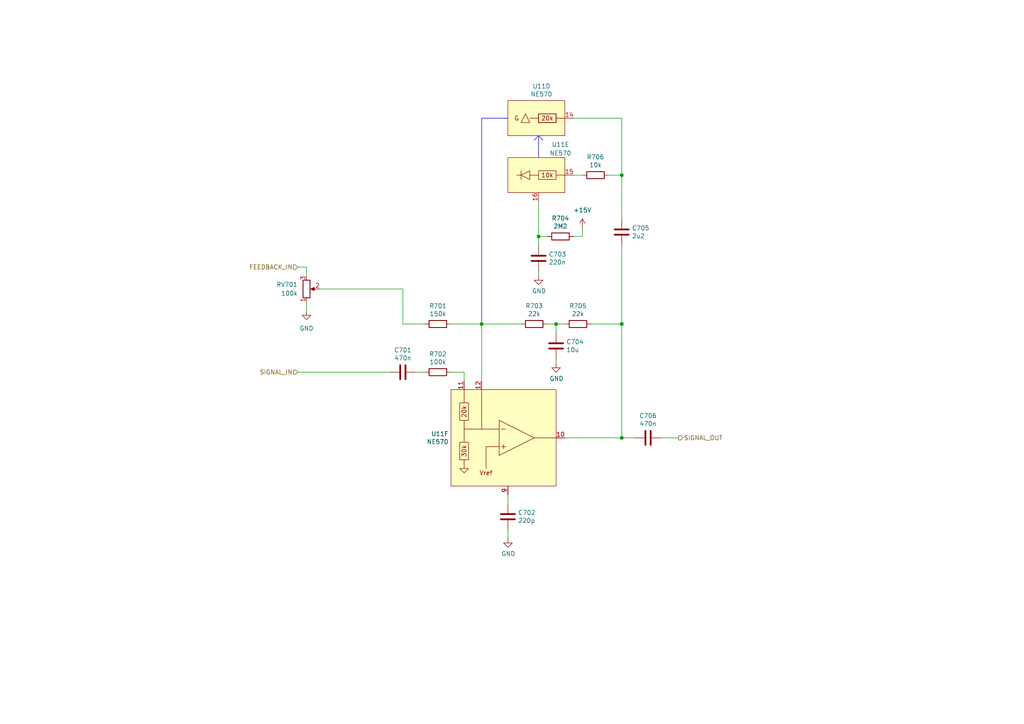
<source format=kicad_sch>
(kicad_sch (version 20230121) (generator eeschema)
  (paper "A4")
  (title_block (title "Josh Ox Ribbon Synth VCF/VCA/BBD board") (date "2023-01-07") (rev "1.0") (comment 1 "creativecommons.org/licenses/by/4.0/") (comment 2 "License: CC by 4.0") (comment 3 "Author: Jordan Aceto"))
  (lib_symbols
    (symbol "Device:C" (pin_numbers hide) (pin_names (offset 0.254))
      (property "Reference" "C" (at 0.635 2.54 0))
      (property "Value" "C" (at 0.635 -2.54 0))
      (symbol "C_0_1"
        (polyline (pts (xy -2.032 -0.762) (xy 2.032 -0.762)) (stroke (width 0.508)))
        (polyline (pts (xy -2.032 0.762) (xy 2.032 0.762)) (stroke (width 0.508)))
      )
      (symbol "C_1_1"
        (pin passive line (at 0 3.81 270) (length 2.794) (name "~") (number "1"))
        (pin passive line (at 0 -3.81 90) (length 2.794) (name "~") (number "2"))
      )
    )
    (symbol "Device:R" (pin_numbers hide) (pin_names (offset 0))
      (property "Reference" "R" (at 2.032 0 90))
      (property "Value" "R" (at 0 0 90))
      (symbol "R_0_1"
        (rectangle (start -1.016 -2.54) (end 1.016 2.54) (stroke (width 0.254)))
      )
      (symbol "R_1_1"
        (pin passive line (at 0 3.81 270) (length 1.27) (name "~") (number "1"))
        (pin passive line (at 0 -3.81 90) (length 1.27) (name "~") (number "2"))
      )
    )
    (symbol "Device:R_Potentiometer" (pin_names (offset 1.016) hide)
      (property "Reference" "RV" (at -4.445 0 90))
      (property "Value" "R_Potentiometer" (at -2.54 0 90))
      (symbol "R_Potentiometer_0_1"
        (polyline (pts (xy 2.54 0) (xy 1.524 0)))
        (polyline (pts (xy 1.143 0) (xy 2.286 0.508) (xy 2.286 -0.508) (xy 1.143 0)) (fill (type outline)))
        (rectangle (start 1.016 2.54) (end -1.016 -2.54) (stroke (width 0.254)))
      )
      (symbol "R_Potentiometer_1_1"
        (pin passive line (at 0 3.81 270) (length 1.27) (name "1") (number "1"))
        (pin passive line (at 3.81 0 180) (length 1.27) (name "2") (number "2"))
        (pin passive line (at 0 -3.81 90) (length 1.27) (name "3") (number "3"))
      )
    )
    (symbol "custom_symbols:NE570" (pin_names (offset 1.016))
      (property "Reference" "U10" (at 6.35 8.89 0))
      (property "Value" "NE570" (at 6.35 6.35 0))
      (symbol "NE570_1_0"
        (polyline (pts (xy 0 0) (xy 2.54 0)))
        (text "20k" (at -2.54 0 0) (effects (font (size 1.27 1.27))))
      )
      (symbol "NE570_1_1"
        (rectangle (start -7.62 5.08) (end 8.89 -5.08) (fill (type background)))
        (polyline (pts (xy 2.54 -1.27) (xy 3.81 1.27) (xy 5.08 -1.27) (xy 2.54 -1.27)))
        (polyline (pts (xy -7.62 0) (xy -5.08 0) (xy -5.08 1.27) (xy 0 1.27) (xy 0 -1.27) (xy -5.08 -1.27) (xy -5.08 0)))
        (text "G" (at 6.35 0 0) (effects (font (size 1.27 1.27))))
        (pin input line (at -10.16 0 0) (length 2.54) (name "~") (number "3"))
      )
      (symbol "NE570_2_1"
        (rectangle (start -7.62 5.08) (end 8.89 -5.08) (fill (type background)))
        (polyline (pts (xy 5.08 0) (xy 6.35 0)))
        (polyline (pts (xy 5.08 1.27) (xy 5.08 -1.27)))
        (polyline (pts (xy 0 0) (xy 2.54 0) (xy 2.54 1.27) (xy 5.08 0) (xy 2.54 -1.27) (xy 2.54 0) (xy 2.54 -1.27)))
        (polyline (pts (xy -7.62 0) (xy -5.08 0) (xy -5.08 1.27) (xy -1.27 1.27) (xy 0 1.27) (xy 0 -1.27) (xy -5.08 -1.27) (xy -5.08 0)))
        (text "10k" (at -2.54 0 0) (effects (font (size 1.27 1.27))))
        (pin input line (at 0 -7.62 90) (length 2.54) (name "~") (number "1"))
        (pin input line (at -10.16 0 0) (length 2.54) (name "~") (number "2"))
      )
      (symbol "NE570_3_1"
        (rectangle (start -16.51 -13.97) (end 13.97 13.97) (fill (type background)))
        (polyline (pts (xy -12.7 10.16) (xy -12.7 13.97)))
        (polyline (pts (xy -7.62 2.54) (xy -7.62 13.97)))
        (polyline (pts (xy -1.905 -2.54) (xy -0.635 -2.54)))
        (polyline (pts (xy -1.905 2.54) (xy -0.635 2.54)))
        (polyline (pts (xy -1.27 -3.175) (xy -1.27 -1.905)))
        (polyline (pts (xy 7.62 0) (xy 10.16 0)))
        (polyline (pts (xy 10.16 0) (xy 13.97 0)))
        (polyline (pts (xy -2.54 -2.54) (xy -6.35 -2.54) (xy -6.35 -8.89)))
        (polyline (pts (xy -2.54 5.08) (xy -2.54 -5.08) (xy 7.62 0) (xy -2.54 5.08)))
        (polyline (pts (xy -12.7 -6.35) (xy -12.7 -8.89) (xy -13.97 -8.89) (xy -12.7 -10.16) (xy -11.43 -8.89) (xy -12.7 -8.89)))
        (polyline (pts (xy -12.7 2.54) (xy -12.7 5.08) (xy -13.97 5.08) (xy -13.97 10.16) (xy -11.43 10.16) (xy -11.43 5.08) (xy -12.7 5.08)))
        (polyline (pts (xy -2.54 2.54) (xy -12.7 2.54) (xy -12.7 -1.27) (xy -13.97 -1.27) (xy -13.97 -6.35) (xy -11.43 -6.35) (xy -11.43 -1.27) (xy -12.7 -1.27)))
        (text "20k" (at -12.7 7.62 900) (effects (font (size 1.27 1.27))))
        (text "30k" (at -12.7 -3.81 900) (effects (font (size 1.27 1.27))))
        (text "Vref" (at -6.35 -10.16 0) (effects (font (size 1.27 1.27))))
        (pin input line (at -7.62 16.51 270) (length 2.54) (name "~") (number "5"))
        (pin input line (at -12.7 16.51 270) (length 2.54) (name "~") (number "6"))
        (pin output line (at 16.51 0 180) (length 2.54) (name "~") (number "7"))
        (pin input line (at 0 -16.51 90) (length 2.54) (name "~") (number "8"))
      )
      (symbol "NE570_4_0"
        (polyline (pts (xy -7.62 0) (xy -5.08 0) (xy -5.08 1.27) (xy 0 1.27) (xy 0 -1.27) (xy -5.08 -1.27) (xy -5.08 0)))
      )
      (symbol "NE570_4_1"
        (rectangle (start -7.62 5.08) (end 8.89 -5.08) (fill (type background)))
        (polyline (pts (xy 0 0) (xy 2.54 0)))
        (polyline (pts (xy 2.54 -1.27) (xy 3.81 1.27) (xy 5.08 -1.27) (xy 2.54 -1.27)))
        (polyline (pts (xy -7.62 0) (xy -5.08 0) (xy -5.08 1.27) (xy 0 1.27) (xy 0 -1.27) (xy -5.08 -1.27) (xy -5.08 0)))
        (text "20k" (at -2.54 0 0) (effects (font (size 1.27 1.27))))
        (text "G" (at 6.35 0 0) (effects (font (size 1.27 1.27))))
        (pin input line (at -10.16 0 0) (length 2.54) (name "~") (number "14"))
      )
      (symbol "NE570_5_1"
        (rectangle (start -7.62 5.08) (end 8.89 -5.08) (fill (type background)))
        (polyline (pts (xy 5.08 0) (xy 6.35 0)))
        (polyline (pts (xy 5.08 1.27) (xy 5.08 -1.27)))
        (polyline (pts (xy 0 0) (xy 2.54 0) (xy 2.54 1.27) (xy 5.08 0) (xy 2.54 -1.27) (xy 2.54 0) (xy 2.54 -1.27)))
        (polyline (pts (xy -7.62 0) (xy -5.08 0) (xy -5.08 1.27) (xy -1.27 1.27) (xy 0 1.27) (xy 0 -1.27) (xy -5.08 -1.27) (xy -5.08 0)))
        (text "10k" (at -2.54 0 0) (effects (font (size 1.27 1.27))))
        (pin input line (at -10.16 0 0) (length 2.54) (name "~") (number "15"))
        (pin input line (at 0 -7.62 90) (length 2.54) (name "~") (number "16"))
      )
      (symbol "NE570_6_1"
        (rectangle (start -16.51 -13.97) (end 13.97 13.97) (fill (type background)))
        (polyline (pts (xy -12.7 10.16) (xy -12.7 13.97)))
        (polyline (pts (xy -7.62 2.54) (xy -7.62 13.97)))
        (polyline (pts (xy -1.905 -2.54) (xy -0.635 -2.54)))
        (polyline (pts (xy -1.905 2.54) (xy -0.635 2.54)))
        (polyline (pts (xy -1.27 -3.175) (xy -1.27 -1.905)))
        (polyline (pts (xy 7.62 0) (xy 13.97 0)))
        (polyline (pts (xy -2.54 -2.54) (xy -6.35 -2.54) (xy -6.35 -8.89)))
        (polyline (pts (xy -2.54 5.08) (xy -2.54 -5.08) (xy 7.62 0) (xy -2.54 5.08)))
        (polyline (pts (xy -12.7 -6.35) (xy -12.7 -8.89) (xy -13.97 -8.89) (xy -12.7 -10.16) (xy -11.43 -8.89) (xy -12.7 -8.89)))
        (polyline (pts (xy -12.7 2.54) (xy -12.7 5.08) (xy -13.97 5.08) (xy -13.97 10.16) (xy -11.43 10.16) (xy -11.43 5.08) (xy -12.7 5.08)))
        (polyline (pts (xy -2.54 2.54) (xy -12.7 2.54) (xy -12.7 -1.27) (xy -13.97 -1.27) (xy -13.97 -6.35) (xy -11.43 -6.35) (xy -11.43 -1.27) (xy -12.7 -1.27)))
        (text "20k" (at -12.7 7.62 900) (effects (font (size 1.27 1.27))))
        (text "30k" (at -12.7 -3.81 900) (effects (font (size 1.27 1.27))))
        (text "Vref" (at -6.35 -10.16 0) (effects (font (size 1.27 1.27))))
        (pin output line (at 16.51 0 180) (length 2.54) (name "~") (number "10"))
        (pin input line (at -12.7 16.51 270) (length 2.54) (name "~") (number "11"))
        (pin input line (at -7.62 16.51 270) (length 2.54) (name "~") (number "12"))
        (pin input line (at 0 -16.51 90) (length 2.54) (name "~") (number "9"))
      )
      (symbol "NE570_7_1"
        (pin power_in line (at 0 7.62 270) (length 2.54) (name "Vcc") (number "13"))
        (pin power_in line (at 0 -7.62 90) (length 2.54) (name "gnd") (number "4"))
      )
    )
    (symbol "power:+15V" (power) (pin_names (offset 0))
      (property "Value" "+15V" (at 0 3.556 0))
      (symbol "+15V_0_1"
        (polyline (pts (xy -0.762 1.27) (xy 0 2.54)))
        (polyline (pts (xy 0 0) (xy 0 2.54)))
        (polyline (pts (xy 0 2.54) (xy 0.762 1.27)))
      )
      (symbol "+15V_1_1"
        (pin power_in line (at 0 0 90) (length 0) hide (name "+15V") (number "1"))
      )
    )
    (symbol "power:GND" (power) (pin_names (offset 0))
      (property "Value" "GND" (at 0 -3.81 0))
      (symbol "GND_0_1"
        (polyline (pts (xy 0 0) (xy 0 -1.27) (xy 1.27 -1.27) (xy 0 -2.54) (xy -1.27 -1.27) (xy 0 -1.27)))
      )
      (symbol "GND_1_1"
        (pin power_in line (at 0 0 270) (length 0) hide (name "GND") (number "1"))
      )
    )
  )
  (junction (at 180.34 50.8))
  (junction (at 156.21 68.58))
  (junction (at 139.7 93.98))
  (junction (at 180.34 93.98))
  (junction (at 180.34 127))
  (junction (at 161.29 93.98))
  (wire (pts (xy 123.19 107.95) (xy 120.65 107.95)))
  (wire (pts (xy 139.7 93.98) (xy 139.7 110.49)))
  (wire (pts (xy 161.29 96.52) (xy 161.29 93.98)))
  (wire (pts (xy 161.29 104.14) (xy 161.29 105.41)))
  (wire (pts (xy 156.21 68.58) (xy 156.21 58.42)))
  (wire (pts (xy 191.77 127) (xy 196.85 127)))
  (polyline (pts (xy 156.21 39.37) (xy 154.94 40.64)))
  (wire (pts (xy 156.21 78.74) (xy 156.21 80.01)))
  (wire (pts (xy 168.91 50.8) (xy 166.37 50.8)))
  (wire (pts (xy 180.34 127) (xy 180.34 93.98)))
  (wire (pts (xy 180.34 34.29) (xy 166.37 34.29)))
  (wire (pts (xy 180.34 127) (xy 184.15 127)))
  (polyline (pts (xy 147.32 34.29) (xy 139.7 34.29)))
  (wire (pts (xy 134.62 110.49) (xy 134.62 107.95)))
  (wire (pts (xy 86.36 107.95) (xy 113.03 107.95)))
  (wire (pts (xy 86.36 77.47) (xy 88.9 77.47)))
  (wire (pts (xy 156.21 71.12) (xy 156.21 68.58)))
  (wire (pts (xy 116.84 93.98) (xy 116.84 83.82)))
  (wire (pts (xy 158.75 93.98) (xy 161.29 93.98)))
  (wire (pts (xy 180.34 63.5) (xy 180.34 50.8)))
  (wire (pts (xy 116.84 83.82) (xy 92.71 83.82)))
  (wire (pts (xy 158.75 68.58) (xy 156.21 68.58)))
  (wire (pts (xy 176.53 50.8) (xy 180.34 50.8)))
  (wire (pts (xy 88.9 77.47) (xy 88.9 80.01)))
  (wire (pts (xy 123.19 93.98) (xy 116.84 93.98)))
  (polyline (pts (xy 156.21 39.37) (xy 157.48 40.64)))
  (wire (pts (xy 168.91 68.58) (xy 166.37 68.58)))
  (wire (pts (xy 134.62 107.95) (xy 130.81 107.95)))
  (polyline (pts (xy 156.21 45.72) (xy 156.21 39.37)))
  (wire (pts (xy 180.34 50.8) (xy 180.34 34.29)))
  (wire (pts (xy 163.83 127) (xy 180.34 127)))
  (wire (pts (xy 130.81 93.98) (xy 139.7 93.98)))
  (wire (pts (xy 161.29 93.98) (xy 163.83 93.98)))
  (wire (pts (xy 147.32 153.67) (xy 147.32 156.21)))
  (polyline (pts (xy 139.7 34.29) (xy 139.7 93.98)))
  (wire (pts (xy 147.32 146.05) (xy 147.32 143.51)))
  (wire (pts (xy 180.34 93.98) (xy 171.45 93.98)))
  (wire (pts (xy 180.34 71.12) (xy 180.34 93.98)))
  (wire (pts (xy 139.7 93.98) (xy 151.13 93.98)))
  (wire (pts (xy 88.9 87.63) (xy 88.9 90.17)))
  (wire (pts (xy 168.91 66.04) (xy 168.91 68.58)))
  (hierarchical_label "FEEDBACK_IN" (shape input) (at 86.36 77.47 180))
  (hierarchical_label "SIGNAL_IN" (shape input) (at 86.36 107.95 180))
  (hierarchical_label "SIGNAL_OUT" (shape output) (at 196.85 127 0))
  (symbol (lib_id "Device:C") (at 187.96 127 270) (unit 1)
    (property "Reference" "C706" (at 187.96 120.5992 90))
    (property "Value" "470n" (at 187.96 122.9106 90))
    (property "Footprint" "Capacitor_THT:C_Rect_L7.0mm_W3.5mm_P5.00mm" (effects hide))
  )
  (symbol (lib_id "Device:R") (at 167.64 93.98 270) (unit 1)
    (property "Reference" "R705" (at 167.64 88.7222 90))
    (property "Value" "22k" (at 167.64 91.0336 90))
    (property "Footprint" "Resistor_SMD:R_0805_2012Metric" (effects hide))
  )
  (symbol (lib_id "power:GND") (at 147.32 156.21 0) (unit 1)
    (property "Reference" "#PWR0702" (effects hide))
    (property "Value" "GND" (at 147.447 160.6042 0))
  )
  (symbol (lib_id "power:GND") (at 156.21 80.01 0) (unit 1)
    (property "Reference" "#PWR0703" (effects hide))
    (property "Value" "GND" (at 156.337 84.4042 0))
  )
  (symbol (lib_id "power:GND") (at 88.9 90.17 0) (unit 1)
    (property "Reference" "#PWR0701" (effects hide))
    (property "Value" "GND" (at 88.9 95.25 0))
  )
  (symbol (lib_id "Device:R") (at 154.94 93.98 270) (unit 1)
    (property "Reference" "R703" (at 154.94 88.7222 90))
    (property "Value" "22k" (at 154.94 91.0336 90))
    (property "Footprint" "Resistor_SMD:R_0805_2012Metric" (effects hide))
  )
  (symbol (lib_id "Device:C") (at 147.32 149.86 0) (unit 1)
    (property "Reference" "C702" (at 150.241 148.6916 0) (effects (justify left)))
    (property "Value" "220p" (at 150.241 151.003 0) (effects (justify left)))
    (property "Footprint" "Capacitor_SMD:C_0805_2012Metric" (effects hide))
  )
  (symbol (lib_id "Device:R") (at 127 93.98 270) (unit 1)
    (property "Reference" "R701" (at 127 88.7222 90))
    (property "Value" "150k" (at 127 91.0336 90))
    (property "Footprint" "Resistor_SMD:R_0805_2012Metric" (effects hide))
  )
  (symbol (lib_id "power:+15V") (at 168.91 66.04 0) (unit 1)
    (property "Reference" "#PWR0705" (effects hide))
    (property "Value" "+15V" (at 168.91 60.96 0))
  )
  (symbol (lib_id "Device:R") (at 172.72 50.8 270) (unit 1)
    (property "Reference" "R706" (at 172.72 45.5422 90))
    (property "Value" "10k" (at 172.72 47.8536 90))
    (property "Footprint" "Resistor_SMD:R_0805_2012Metric" (effects hide))
  )
  (symbol (lib_id "Device:C") (at 161.29 100.33 0) (unit 1)
    (property "Reference" "C704" (at 164.211 99.1616 0) (effects (justify left)))
    (property "Value" "10u" (at 164.211 101.473 0) (effects (justify left)))
    (property "Footprint" "Capacitor_SMD:C_0805_2012Metric" (effects hide))
  )
  (symbol (lib_id "Device:R") (at 127 107.95 270) (unit 1)
    (property "Reference" "R702" (at 127 102.6922 90))
    (property "Value" "100k" (at 127 105.0036 90))
    (property "Footprint" "Resistor_SMD:R_0805_2012Metric" (effects hide))
  )
  (symbol (lib_id "custom_symbols:NE570") (at 156.21 50.8 0) (mirror y) (unit 5)
    (property "Reference" "U11" (at 162.56 41.91 0))
    (property "Value" "NE570" (at 162.56 44.45 0))
    (property "Footprint" "Package_DIP:DIP-16_W7.62mm_Socket" (effects hide))
  )
  (symbol (lib_id "Device:R_Potentiometer") (at 88.9 83.82 0) (mirror x) (unit 1)
    (property "Reference" "RV701" (at 86.36 82.5499 0) (effects (justify right)))
    (property "Value" "100k" (at 86.36 85.0899 0) (effects (justify right)))
    (property "Footprint" "Potentiometer_THT:Potentiometer_Alpha_RD901F-40-00D_Single_Vertical" (effects hide))
  )
  (symbol (lib_id "Device:C") (at 180.34 67.31 0) (unit 1)
    (property "Reference" "C705" (at 183.261 66.1416 0) (effects (justify left)))
    (property "Value" "2u2" (at 183.261 68.453 0) (effects (justify left)))
    (property "Footprint" "Capacitor_SMD:C_0805_2012Metric" (effects hide))
  )
  (symbol (lib_id "power:GND") (at 161.29 105.41 0) (unit 1)
    (property "Reference" "#PWR0704" (effects hide))
    (property "Value" "GND" (at 161.417 109.8042 0))
  )
  (symbol (lib_id "custom_symbols:NE570") (at 147.32 127 0) (unit 6)
    (property "Reference" "U11" (at 130.0988 125.8316 0) (effects (justify right)))
    (property "Value" "NE570" (at 130.0988 128.143 0) (effects (justify right)))
    (property "Footprint" "Package_DIP:DIP-16_W7.62mm_Socket" (effects hide))
  )
  (symbol (lib_id "Device:C") (at 156.21 74.93 0) (unit 1)
    (property "Reference" "C703" (at 159.131 73.7616 0) (effects (justify left)))
    (property "Value" "220n" (at 159.131 76.073 0) (effects (justify left)))
    (property "Footprint" "Capacitor_SMD:C_0805_2012Metric" (effects hide))
  )
  (symbol (lib_id "Device:R") (at 162.56 68.58 270) (unit 1)
    (property "Reference" "R704" (at 162.56 63.3222 90))
    (property "Value" "2M2" (at 162.56 65.6336 90))
    (property "Footprint" "Resistor_SMD:R_0805_2012Metric" (effects hide))
  )
  (symbol (lib_id "Device:C") (at 116.84 107.95 270) (unit 1)
    (property "Reference" "C701" (at 116.84 101.5492 90))
    (property "Value" "470n" (at 116.84 103.8606 90))
    (property "Footprint" "Capacitor_THT:C_Rect_L7.0mm_W3.5mm_P5.00mm" (effects hide))
  )
  (symbol (lib_id "custom_symbols:NE570") (at 156.21 34.29 0) (mirror y) (unit 4)
    (property "Reference" "U11" (at 157.0482 25.019 0))
    (property "Value" "NE570" (at 157.0482 27.3304 0))
    (property "Footprint" "Package_DIP:DIP-16_W7.62mm_Socket" (effects hide))
  )
)
</source>
